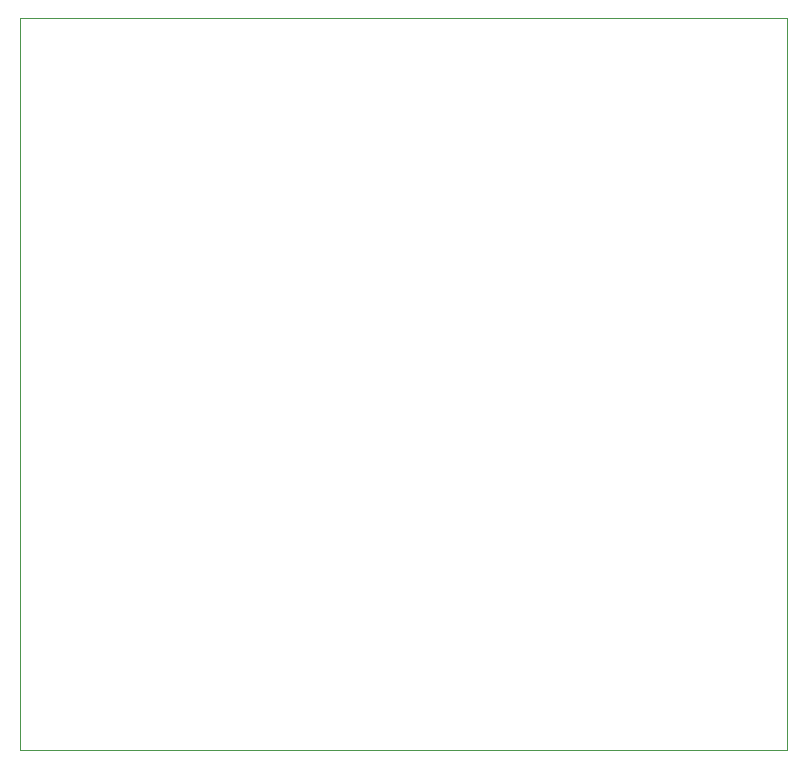
<source format=gbr>
%TF.GenerationSoftware,KiCad,Pcbnew,(6.0.2-0)*%
%TF.CreationDate,2022-02-22T22:16:16+08:00*%
%TF.ProjectId,TPA3125D2,54504133-3132-4354-9432-2e6b69636164,rev?*%
%TF.SameCoordinates,Original*%
%TF.FileFunction,Profile,NP*%
%FSLAX46Y46*%
G04 Gerber Fmt 4.6, Leading zero omitted, Abs format (unit mm)*
G04 Created by KiCad (PCBNEW (6.0.2-0)) date 2022-02-22 22:16:16*
%MOMM*%
%LPD*%
G01*
G04 APERTURE LIST*
%TA.AperFunction,Profile*%
%ADD10C,0.050000*%
%TD*%
G04 APERTURE END LIST*
D10*
X171000000Y-110000000D02*
X106000000Y-110000000D01*
X106000000Y-110000000D02*
X106000000Y-48000000D01*
X106000000Y-48000000D02*
X171000000Y-48000000D01*
X171000000Y-48000000D02*
X171000000Y-110000000D01*
M02*

</source>
